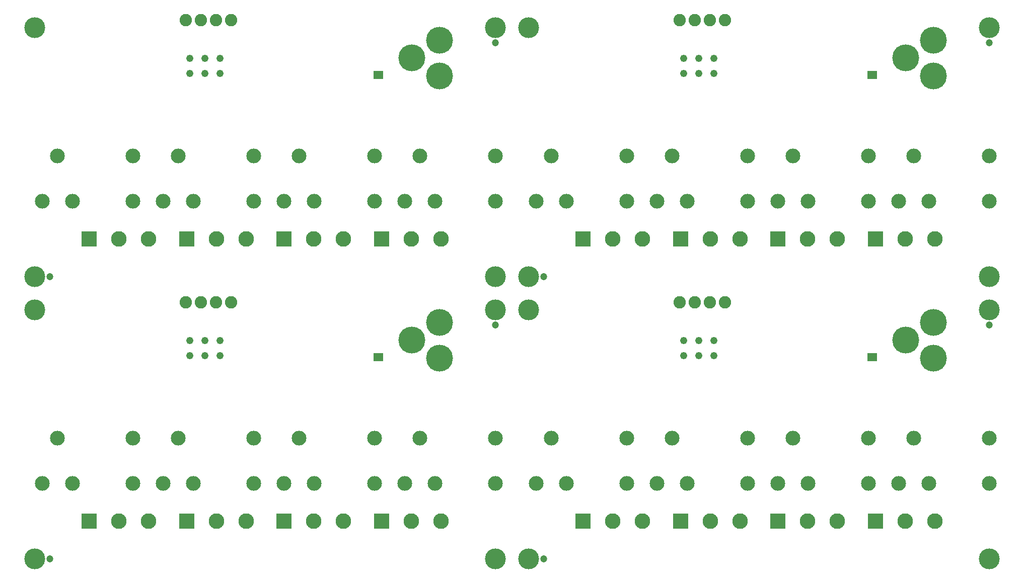
<source format=gbs>
G75*
%MOIN*%
%OFA0B0*%
%FSLAX25Y25*%
%IPPOS*%
%LPD*%
%AMOC8*
5,1,8,0,0,1.08239X$1,22.5*
%
%ADD10C,0.09800*%
%ADD11C,0.13800*%
%ADD12C,0.04737*%
%ADD13C,0.04808*%
%ADD14R,0.10300X0.10300*%
%ADD15C,0.10300*%
%ADD16C,0.08200*%
%ADD17C,0.17800*%
%ADD18R,0.03300X0.05800*%
D10*
X0043750Y0088750D03*
X0063750Y0088750D03*
X0103750Y0088750D03*
X0123750Y0088750D03*
X0143750Y0088750D03*
X0183750Y0088750D03*
X0203750Y0088750D03*
X0223750Y0088750D03*
X0263750Y0088750D03*
X0283750Y0088750D03*
X0303750Y0088750D03*
X0343750Y0088750D03*
X0370750Y0088750D03*
X0390750Y0088750D03*
X0430750Y0088750D03*
X0450750Y0088750D03*
X0470750Y0088750D03*
X0510750Y0088750D03*
X0530750Y0088750D03*
X0550750Y0088750D03*
X0590750Y0088750D03*
X0610750Y0088750D03*
X0630750Y0088750D03*
X0670750Y0088750D03*
X0670750Y0118750D03*
X0620750Y0118750D03*
X0590750Y0118750D03*
X0540750Y0118750D03*
X0510750Y0118750D03*
X0460750Y0118750D03*
X0430750Y0118750D03*
X0380750Y0118750D03*
X0343750Y0118750D03*
X0293750Y0118750D03*
X0263750Y0118750D03*
X0213750Y0118750D03*
X0183750Y0118750D03*
X0133750Y0118750D03*
X0103750Y0118750D03*
X0053750Y0118750D03*
X0043750Y0275750D03*
X0063750Y0275750D03*
X0103750Y0275750D03*
X0123750Y0275750D03*
X0143750Y0275750D03*
X0183750Y0275750D03*
X0203750Y0275750D03*
X0223750Y0275750D03*
X0263750Y0275750D03*
X0283750Y0275750D03*
X0303750Y0275750D03*
X0343750Y0275750D03*
X0370750Y0275750D03*
X0390750Y0275750D03*
X0430750Y0275750D03*
X0450750Y0275750D03*
X0470750Y0275750D03*
X0510750Y0275750D03*
X0530750Y0275750D03*
X0550750Y0275750D03*
X0590750Y0275750D03*
X0610750Y0275750D03*
X0630750Y0275750D03*
X0670750Y0275750D03*
X0670750Y0305750D03*
X0620750Y0305750D03*
X0590750Y0305750D03*
X0540750Y0305750D03*
X0510750Y0305750D03*
X0460750Y0305750D03*
X0430750Y0305750D03*
X0380750Y0305750D03*
X0343750Y0305750D03*
X0293750Y0305750D03*
X0263750Y0305750D03*
X0213750Y0305750D03*
X0183750Y0305750D03*
X0133750Y0305750D03*
X0103750Y0305750D03*
X0053750Y0305750D03*
D11*
X0038750Y0038750D03*
X0038750Y0203750D03*
X0038750Y0225750D03*
X0038750Y0390750D03*
X0343750Y0390750D03*
X0365750Y0390750D03*
X0365750Y0225750D03*
X0343750Y0225750D03*
X0343750Y0203750D03*
X0365750Y0203750D03*
X0365750Y0038750D03*
X0343750Y0038750D03*
X0670750Y0038750D03*
X0670750Y0203750D03*
X0670750Y0225750D03*
X0670750Y0390750D03*
D12*
X0670750Y0380750D03*
X0375750Y0225750D03*
X0343750Y0193750D03*
X0375750Y0038750D03*
X0670750Y0193750D03*
X0343750Y0380750D03*
X0048750Y0225750D03*
X0048750Y0038750D03*
D13*
X0141250Y0173250D03*
X0151250Y0173250D03*
X0161250Y0173250D03*
X0161250Y0183250D03*
X0151250Y0183250D03*
X0141250Y0183250D03*
X0141250Y0360250D03*
X0151250Y0360250D03*
X0161250Y0360250D03*
X0161250Y0370250D03*
X0151250Y0370250D03*
X0141250Y0370250D03*
X0468250Y0370250D03*
X0468250Y0360250D03*
X0478250Y0360250D03*
X0488250Y0360250D03*
X0488250Y0370250D03*
X0478250Y0370250D03*
X0478250Y0183250D03*
X0488250Y0183250D03*
X0488250Y0173250D03*
X0478250Y0173250D03*
X0468250Y0173250D03*
X0468250Y0183250D03*
D14*
X0466250Y0250750D03*
X0401750Y0250750D03*
X0530750Y0250750D03*
X0595250Y0250750D03*
X0595250Y0063750D03*
X0530750Y0063750D03*
X0466250Y0063750D03*
X0401750Y0063750D03*
X0268250Y0063750D03*
X0203750Y0063750D03*
X0139250Y0063750D03*
X0074750Y0063750D03*
X0074750Y0250750D03*
X0139250Y0250750D03*
X0203750Y0250750D03*
X0268250Y0250750D03*
D15*
X0287935Y0250750D03*
X0307620Y0250750D03*
X0243120Y0250750D03*
X0223435Y0250750D03*
X0178620Y0250750D03*
X0158935Y0250750D03*
X0114120Y0250750D03*
X0094435Y0250750D03*
X0094435Y0063750D03*
X0114120Y0063750D03*
X0158935Y0063750D03*
X0178620Y0063750D03*
X0223435Y0063750D03*
X0243120Y0063750D03*
X0287935Y0063750D03*
X0307620Y0063750D03*
X0421435Y0063750D03*
X0441120Y0063750D03*
X0485935Y0063750D03*
X0505620Y0063750D03*
X0550435Y0063750D03*
X0570120Y0063750D03*
X0614935Y0063750D03*
X0634620Y0063750D03*
X0634620Y0250750D03*
X0614935Y0250750D03*
X0570120Y0250750D03*
X0550435Y0250750D03*
X0505620Y0250750D03*
X0485935Y0250750D03*
X0441120Y0250750D03*
X0421435Y0250750D03*
D16*
X0465750Y0208750D03*
X0475750Y0208750D03*
X0485750Y0208750D03*
X0495750Y0208750D03*
X0495750Y0395750D03*
X0485750Y0395750D03*
X0475750Y0395750D03*
X0465750Y0395750D03*
X0168750Y0395750D03*
X0158750Y0395750D03*
X0148750Y0395750D03*
X0138750Y0395750D03*
X0138750Y0208750D03*
X0148750Y0208750D03*
X0158750Y0208750D03*
X0168750Y0208750D03*
D17*
X0288246Y0183624D03*
X0306750Y0171813D03*
X0306750Y0195435D03*
X0306750Y0358813D03*
X0288246Y0370624D03*
X0306750Y0382435D03*
X0615246Y0370624D03*
X0633750Y0358813D03*
X0633750Y0382435D03*
X0633750Y0195435D03*
X0615246Y0183624D03*
X0633750Y0171813D03*
D18*
X0594850Y0172250D03*
X0591650Y0172250D03*
X0591650Y0359250D03*
X0594850Y0359250D03*
X0267850Y0359250D03*
X0264650Y0359250D03*
X0264650Y0172250D03*
X0267850Y0172250D03*
M02*

</source>
